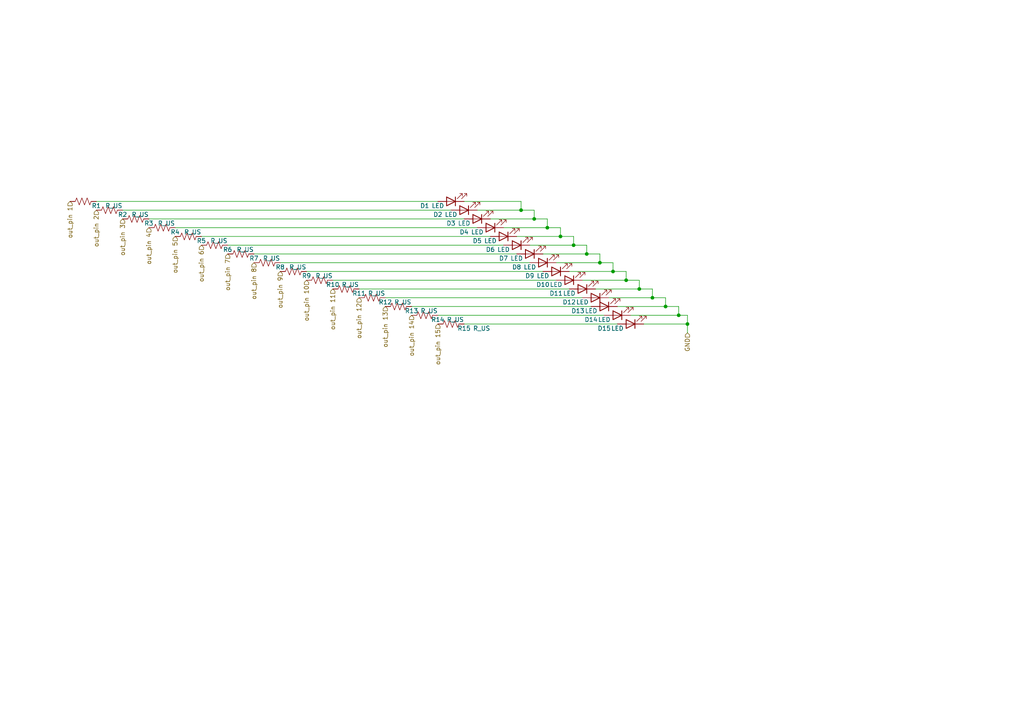
<source format=kicad_sch>
(kicad_sch (version 20230121) (generator eeschema)
  (paper "A4")
  (lib_symbols
    (symbol "Device:LED" (pin_numbers hide) (pin_names (offset 1.016) hide)
      (property "Reference" "D" (at 0 2.54 0))
      (property "Value" "LED" (at 0 -2.54 0))
      (symbol "LED_0_1"
        (polyline (pts (xy -1.27 -1.27) (xy -1.27 1.27)) (stroke (width 0.254)))
        (polyline (pts (xy -1.27 0) (xy 1.27 0)))
        (polyline (pts (xy 1.27 -1.27) (xy 1.27 1.27) (xy -1.27 0) (xy 1.27 -1.27)) (stroke (width 0.254)))
        (polyline (pts (xy -3.048 -0.762) (xy -4.572 -2.286) (xy -3.81 -2.286) (xy -4.572 -2.286) (xy -4.572 -1.524)))
        (polyline (pts (xy -1.778 -0.762) (xy -3.302 -2.286) (xy -2.54 -2.286) (xy -3.302 -2.286) (xy -3.302 -1.524)))
      )
      (symbol "LED_1_1"
        (pin passive line (at -3.81 0 0) (length 2.54) (name "K") (number "1"))
        (pin passive line (at 3.81 0 180) (length 2.54) (name "A") (number "2"))
      )
    )
    (symbol "Device:R_US" (pin_numbers hide) (pin_names (offset 0))
      (property "Reference" "R" (at 2.54 0 90))
      (property "Value" "R_US" (at -2.54 0 90))
      (symbol "R_US_0_1"
        (polyline (pts (xy 0 -2.286) (xy 0 -2.54)))
        (polyline (pts (xy 0 2.286) (xy 0 2.54)))
        (polyline (pts (xy 0 -0.762) (xy 1.016 -1.143) (xy 0 -1.524) (xy -1.016 -1.905) (xy 0 -2.286)))
        (polyline (pts (xy 0 0.762) (xy 1.016 0.381) (xy 0 0) (xy -1.016 -0.381) (xy 0 -0.762)))
        (polyline (pts (xy 0 2.286) (xy 1.016 1.905) (xy 0 1.524) (xy -1.016 1.143) (xy 0 0.762)))
      )
      (symbol "R_US_1_1"
        (pin passive line (at 0 3.81 270) (length 1.27) (name "~") (number "1"))
        (pin passive line (at 0 -3.81 90) (length 1.27) (name "~") (number "2"))
      )
    )
  )
  (junction (at 193.04 88.9))
  (junction (at 158.75 66.04))
  (junction (at 170.18 73.66))
  (junction (at 196.85 91.44))
  (junction (at 177.8 78.74))
  (junction (at 173.99 76.2))
  (junction (at 162.56 68.58))
  (junction (at 154.94 63.5))
  (junction (at 199.39 93.98))
  (junction (at 151.13 60.96))
  (junction (at 166.37 71.12))
  (junction (at 181.61 81.28))
  (junction (at 189.23 86.36))
  (junction (at 185.42 83.82))
  (wire (pts (xy 162.56 66.04) (xy 162.56 68.58)))
  (wire (pts (xy 134.62 93.98) (xy 179.07 93.98)))
  (wire (pts (xy 165.1 78.74) (xy 177.8 78.74)))
  (wire (pts (xy 119.38 88.9) (xy 171.45 88.9)))
  (wire (pts (xy 193.04 86.36) (xy 189.23 86.36)))
  (wire (pts (xy 104.14 83.82) (xy 165.1 83.82)))
  (wire (pts (xy 176.53 86.36) (xy 189.23 86.36)))
  (wire (pts (xy 196.85 88.9) (xy 193.04 88.9)))
  (wire (pts (xy 43.18 63.5) (xy 134.62 63.5)))
  (wire (pts (xy 166.37 68.58) (xy 162.56 68.58)))
  (wire (pts (xy 186.69 93.98) (xy 199.39 93.98)))
  (wire (pts (xy 189.23 83.82) (xy 185.42 83.82)))
  (wire (pts (xy 158.75 63.5) (xy 158.75 66.04)))
  (wire (pts (xy 138.43 60.96) (xy 151.13 60.96)))
  (wire (pts (xy 177.8 76.2) (xy 173.99 76.2)))
  (wire (pts (xy 66.04 71.12) (xy 146.05 71.12)))
  (wire (pts (xy 149.86 68.58) (xy 162.56 68.58)))
  (wire (pts (xy 166.37 68.58) (xy 166.37 71.12)))
  (wire (pts (xy 179.07 88.9) (xy 193.04 88.9)))
  (wire (pts (xy 157.48 73.66) (xy 170.18 73.66)))
  (wire (pts (xy 153.67 71.12) (xy 166.37 71.12)))
  (wire (pts (xy 111.76 86.36) (xy 168.91 86.36)))
  (wire (pts (xy 193.04 86.36) (xy 193.04 88.9)))
  (wire (pts (xy 27.94 58.42) (xy 127 58.42)))
  (wire (pts (xy 158.75 63.5) (xy 154.94 63.5)))
  (wire (pts (xy 199.39 91.44) (xy 199.39 93.98)))
  (wire (pts (xy 162.56 66.04) (xy 158.75 66.04)))
  (wire (pts (xy 185.42 81.28) (xy 185.42 83.82)))
  (wire (pts (xy 151.13 58.42) (xy 151.13 60.96)))
  (wire (pts (xy 142.24 63.5) (xy 154.94 63.5)))
  (wire (pts (xy 199.39 93.98) (xy 199.39 96.52)))
  (wire (pts (xy 199.39 91.44) (xy 196.85 91.44)))
  (wire (pts (xy 173.99 73.66) (xy 173.99 76.2)))
  (wire (pts (xy 88.9 78.74) (xy 157.48 78.74)))
  (wire (pts (xy 170.18 71.12) (xy 166.37 71.12)))
  (wire (pts (xy 134.62 58.42) (xy 151.13 58.42)))
  (wire (pts (xy 172.72 83.82) (xy 185.42 83.82)))
  (wire (pts (xy 58.42 68.58) (xy 142.24 68.58)))
  (wire (pts (xy 181.61 78.74) (xy 177.8 78.74)))
  (wire (pts (xy 154.94 60.96) (xy 154.94 63.5)))
  (wire (pts (xy 181.61 78.74) (xy 181.61 81.28)))
  (wire (pts (xy 182.88 91.44) (xy 196.85 91.44)))
  (wire (pts (xy 96.52 81.28) (xy 161.29 81.28)))
  (wire (pts (xy 161.29 76.2) (xy 173.99 76.2)))
  (wire (pts (xy 196.85 88.9) (xy 196.85 91.44)))
  (wire (pts (xy 73.66 73.66) (xy 149.86 73.66)))
  (wire (pts (xy 154.94 60.96) (xy 151.13 60.96)))
  (wire (pts (xy 177.8 76.2) (xy 177.8 78.74)))
  (wire (pts (xy 181.61 81.28) (xy 185.42 81.28)))
  (wire (pts (xy 173.99 73.66) (xy 170.18 73.66)))
  (wire (pts (xy 50.8 66.04) (xy 138.43 66.04)))
  (wire (pts (xy 189.23 83.82) (xy 189.23 86.36)))
  (wire (pts (xy 146.05 66.04) (xy 158.75 66.04)))
  (wire (pts (xy 81.28 76.2) (xy 153.67 76.2)))
  (wire (pts (xy 168.91 81.28) (xy 181.61 81.28)))
  (wire (pts (xy 170.18 71.12) (xy 170.18 73.66)))
  (wire (pts (xy 127 91.44) (xy 175.26 91.44)))
  (wire (pts (xy 35.56 60.96) (xy 130.81 60.96)))
  (hierarchical_label "out_pin 14" (shape input) (at 119.38 91.44 270))
  (hierarchical_label "out_pin 12" (shape input) (at 104.14 86.36 270))
  (hierarchical_label "out_pin 15" (shape input) (at 127 93.98 270))
  (hierarchical_label "GND" (shape input) (at 199.39 96.52 270))
  (hierarchical_label "out_pin 9" (shape input) (at 81.28 78.74 270))
  (hierarchical_label "out_pin 13" (shape input) (at 111.76 88.9 270))
  (hierarchical_label "out_pin 5" (shape input) (at 50.8 68.58 270))
  (hierarchical_label "out_pin 7" (shape input) (at 66.04 73.66 270))
  (hierarchical_label "out_pin 1" (shape input) (at 20.32 58.42 270))
  (hierarchical_label "out_pin 3" (shape input) (at 35.56 63.5 270))
  (hierarchical_label "out_pin 4" (shape input) (at 43.18 66.04 270))
  (hierarchical_label "out_pin 6" (shape input) (at 58.42 71.12 270))
  (hierarchical_label "out_pin 10" (shape input) (at 88.9 81.28 270))
  (hierarchical_label "out_pin 2" (shape input) (at 27.94 60.96 270))
  (hierarchical_label "out_pin 8" (shape input) (at 73.66 76.2 270))
  (hierarchical_label "out_pin 11" (shape input) (at 96.52 83.82 270))
  (symbol (lib_id "Device:LED") (at 165.1 81.28 180) (unit 1)
    (property "Reference" "D10" (at 157.48 82.55 0))
    (property "Value" "LED" (at 161.29 82.55 0))
    (property "Footprint" "LED_THT:LED_D3.0mm" (effects hide))
  )
  (symbol (lib_id "Device:LED") (at 172.72 86.36 180) (unit 1)
    (property "Reference" "D12" (at 165.1 87.63 0))
    (property "Value" "LED" (at 168.91 87.63 0))
    (property "Footprint" "LED_THT:LED_D3.0mm" (effects hide))
  )
  (symbol (lib_id "Device:R_US") (at 100.33 83.82 90) (unit 1)
    (property "Reference" "R11" (at 104.14 85.09 90))
    (property "Value" "R_US" (at 109.22 85.09 90))
    (property "Footprint" "Resistor_THT:R_Axial_DIN0207_L6.3mm_D2.5mm_P10.16mm_Horizontal" (effects hide))
  )
  (symbol (lib_id "Device:R_US") (at 46.99 66.04 90) (unit 1)
    (property "Reference" "R4" (at 50.8 67.31 90))
    (property "Value" "R_US" (at 55.88 67.31 90))
    (property "Footprint" "Resistor_THT:R_Axial_DIN0207_L6.3mm_D2.5mm_P10.16mm_Horizontal" (effects hide))
  )
  (symbol (lib_id "Device:R_US") (at 24.13 58.42 90) (unit 1)
    (property "Reference" "R1" (at 27.94 59.69 90))
    (property "Value" "R_US" (at 33.02 59.69 90))
    (property "Footprint" "Resistor_THT:R_Axial_DIN0207_L6.3mm_D2.5mm_P10.16mm_Horizontal" (effects hide))
  )
  (symbol (lib_id "Device:R_US") (at 39.37 63.5 90) (unit 1)
    (property "Reference" "R3" (at 43.18 64.77 90))
    (property "Value" "R_US" (at 48.26 64.77 90))
    (property "Footprint" "Resistor_THT:R_Axial_DIN0207_L6.3mm_D2.5mm_P10.16mm_Horizontal" (effects hide))
  )
  (symbol (lib_id "Device:R_US") (at 31.75 60.96 90) (unit 1)
    (property "Reference" "R2" (at 35.56 62.23 90))
    (property "Value" "R_US" (at 40.64 62.23 90))
    (property "Footprint" "Resistor_THT:R_Axial_DIN0207_L6.3mm_D2.5mm_P10.16mm_Horizontal" (effects hide))
  )
  (symbol (lib_id "Device:LED") (at 182.88 93.98 180) (unit 1)
    (property "Reference" "D15" (at 175.26 95.25 0))
    (property "Value" "LED" (at 179.07 95.25 0))
    (property "Footprint" "LED_THT:LED_D3.0mm" (effects hide))
  )
  (symbol (lib_id "Device:LED") (at 153.67 73.66 180) (unit 1)
    (property "Reference" "D7" (at 146.05 74.93 0))
    (property "Value" "LED" (at 149.86 74.93 0))
    (property "Footprint" "LED_THT:LED_D3.0mm" (effects hide))
  )
  (symbol (lib_id "Device:LED") (at 168.91 83.82 180) (unit 1)
    (property "Reference" "D11" (at 161.29 85.09 0))
    (property "Value" "LED" (at 165.1 85.09 0))
    (property "Footprint" "LED_THT:LED_D3.0mm" (effects hide))
  )
  (symbol (lib_id "Device:R_US") (at 107.95 86.36 90) (unit 1)
    (property "Reference" "R12" (at 111.76 87.63 90))
    (property "Value" "R_US" (at 116.84 87.63 90))
    (property "Footprint" "Resistor_THT:R_Axial_DIN0207_L6.3mm_D2.5mm_P10.16mm_Horizontal" (effects hide))
  )
  (symbol (lib_id "Device:LED") (at 138.43 63.5 180) (unit 1)
    (property "Reference" "D3" (at 130.81 64.77 0))
    (property "Value" "LED" (at 134.62 64.77 0))
    (property "Footprint" "LED_THT:LED_D3.0mm" (effects hide))
  )
  (symbol (lib_id "Device:LED") (at 175.26 88.9 180) (unit 1)
    (property "Reference" "D13" (at 167.64 90.17 0))
    (property "Value" "LED" (at 171.45 90.17 0))
    (property "Footprint" "LED_THT:LED_D3.0mm" (effects hide))
  )
  (symbol (lib_id "Device:R_US") (at 92.71 81.28 90) (unit 1)
    (property "Reference" "R10" (at 96.52 82.55 90))
    (property "Value" "R_US" (at 101.6 82.55 90))
    (property "Footprint" "Resistor_THT:R_Axial_DIN0207_L6.3mm_D2.5mm_P10.16mm_Horizontal" (effects hide))
  )
  (symbol (lib_id "Device:R_US") (at 130.81 93.98 90) (unit 1)
    (property "Reference" "R15" (at 134.62 95.25 90))
    (property "Value" "R_US" (at 139.7 95.25 90))
    (property "Footprint" "Resistor_THT:R_Axial_DIN0207_L6.3mm_D2.5mm_P10.16mm_Horizontal" (effects hide))
  )
  (symbol (lib_id "Device:LED") (at 149.86 71.12 180) (unit 1)
    (property "Reference" "D6" (at 142.24 72.39 0))
    (property "Value" "LED" (at 146.05 72.39 0))
    (property "Footprint" "LED_THT:LED_D3.0mm" (effects hide))
  )
  (symbol (lib_id "Device:LED") (at 130.81 58.42 180) (unit 1)
    (property "Reference" "D1" (at 123.19 59.69 0))
    (property "Value" "LED" (at 127 59.69 0))
    (property "Footprint" "LED_THT:LED_D3.0mm" (effects hide))
  )
  (symbol (lib_id "Device:LED") (at 134.62 60.96 180) (unit 1)
    (property "Reference" "D2" (at 127 62.23 0))
    (property "Value" "LED" (at 130.81 62.23 0))
    (property "Footprint" "LED_THT:LED_D3.0mm" (effects hide))
  )
  (symbol (lib_id "Device:LED") (at 146.05 68.58 180) (unit 1)
    (property "Reference" "D5" (at 138.43 69.85 0))
    (property "Value" "LED" (at 142.24 69.85 0))
    (property "Footprint" "LED_THT:LED_D3.0mm" (effects hide))
  )
  (symbol (lib_id "Device:LED") (at 161.29 78.74 180) (unit 1)
    (property "Reference" "D9" (at 153.67 80.01 0))
    (property "Value" "LED" (at 157.48 80.01 0))
    (property "Footprint" "LED_THT:LED_D3.0mm" (effects hide))
  )
  (symbol (lib_id "Device:LED") (at 142.24 66.04 180) (unit 1)
    (property "Reference" "D4" (at 134.62 67.31 0))
    (property "Value" "LED" (at 138.43 67.31 0))
    (property "Footprint" "LED_THT:LED_D3.0mm" (effects hide))
  )
  (symbol (lib_id "Device:R_US") (at 54.61 68.58 90) (unit 1)
    (property "Reference" "R5" (at 58.42 69.85 90))
    (property "Value" "R_US" (at 63.5 69.85 90))
    (property "Footprint" "Resistor_THT:R_Axial_DIN0207_L6.3mm_D2.5mm_P10.16mm_Horizontal" (effects hide))
  )
  (symbol (lib_id "Device:LED") (at 179.07 91.44 180) (unit 1)
    (property "Reference" "D14" (at 171.45 92.71 0))
    (property "Value" "LED" (at 175.26 92.71 0))
    (property "Footprint" "LED_THT:LED_D3.0mm" (effects hide))
  )
  (symbol (lib_id "Device:R_US") (at 62.23 71.12 90) (unit 1)
    (property "Reference" "R6" (at 66.04 72.39 90))
    (property "Value" "R_US" (at 71.12 72.39 90))
    (property "Footprint" "Resistor_THT:R_Axial_DIN0207_L6.3mm_D2.5mm_P10.16mm_Horizontal" (effects hide))
  )
  (symbol (lib_id "Device:R_US") (at 85.09 78.74 90) (unit 1)
    (property "Reference" "R9" (at 88.9 80.01 90))
    (property "Value" "R_US" (at 93.98 80.01 90))
    (property "Footprint" "Resistor_THT:R_Axial_DIN0207_L6.3mm_D2.5mm_P10.16mm_Horizontal" (effects hide))
  )
  (symbol (lib_id "Device:R_US") (at 69.85 73.66 90) (unit 1)
    (property "Reference" "R7" (at 73.66 74.93 90))
    (property "Value" "R_US" (at 78.74 74.93 90))
    (property "Footprint" "Resistor_THT:R_Axial_DIN0207_L6.3mm_D2.5mm_P10.16mm_Horizontal" (effects hide))
  )
  (symbol (lib_id "Device:R_US") (at 115.57 88.9 90) (unit 1)
    (property "Reference" "R13" (at 119.38 90.17 90))
    (property "Value" "R_US" (at 124.46 90.17 90))
    (property "Footprint" "Resistor_THT:R_Axial_DIN0207_L6.3mm_D2.5mm_P10.16mm_Horizontal" (effects hide))
  )
  (symbol (lib_id "Device:R_US") (at 123.19 91.44 90) (unit 1)
    (property "Reference" "R14" (at 127 92.71 90))
    (property "Value" "R_US" (at 132.08 92.71 90))
    (property "Footprint" "Resistor_THT:R_Axial_DIN0207_L6.3mm_D2.5mm_P10.16mm_Horizontal" (effects hide))
  )
  (symbol (lib_id "Device:R_US") (at 77.47 76.2 90) (unit 1)
    (property "Reference" "R8" (at 81.28 77.47 90))
    (property "Value" "R_US" (at 86.36 77.47 90))
    (property "Footprint" "Resistor_THT:R_Axial_DIN0207_L6.3mm_D2.5mm_P10.16mm_Horizontal" (effects hide))
  )
  (symbol (lib_id "Device:LED") (at 157.48 76.2 180) (unit 1)
    (property "Reference" "D8" (at 149.86 77.47 0))
    (property "Value" "LED" (at 153.67 77.47 0))
    (property "Footprint" "LED_THT:LED_D3.0mm" (effects hide))
  )
)
</source>
